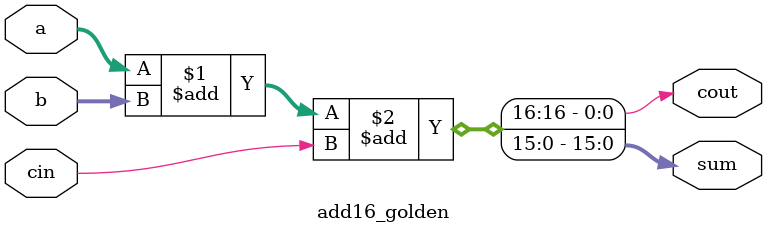
<source format=v>

module add16_golden (a, b, cin, cout, sum);

    input  [15:0]  a, b;
    input          cin;
    output         cout;
    output [15:0]  sum;

    assign {cout, sum} = a + b + cin;	// Don't use "+" operator in your code.

endmodule

</source>
